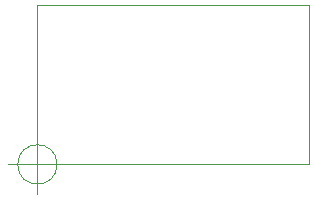
<source format=gm1>
G04 #@! TF.GenerationSoftware,KiCad,Pcbnew,(5.1.10)-1*
G04 #@! TF.CreationDate,2021-11-20T00:47:52+09:00*
G04 #@! TF.ProjectId,M5Stack_UnitV2_DCDC&RS485,4d355374-6163-46b5-9f55-6e697456325f,rev?*
G04 #@! TF.SameCoordinates,Original*
G04 #@! TF.FileFunction,Profile,NP*
%FSLAX46Y46*%
G04 Gerber Fmt 4.6, Leading zero omitted, Abs format (unit mm)*
G04 Created by KiCad (PCBNEW (5.1.10)-1) date 2021-11-20 00:47:52*
%MOMM*%
%LPD*%
G01*
G04 APERTURE LIST*
G04 #@! TA.AperFunction,Profile*
%ADD10C,0.050000*%
G04 #@! TD*
G04 APERTURE END LIST*
D10*
X121366666Y-59500000D02*
G75*
G03*
X121366666Y-59500000I-1666666J0D01*
G01*
X117200000Y-59500000D02*
X122200000Y-59500000D01*
X119700000Y-57000000D02*
X119700000Y-62000000D01*
X121366666Y-59500000D02*
G75*
G03*
X121366666Y-59500000I-1666666J0D01*
G01*
X117200000Y-59500000D02*
X122200000Y-59500000D01*
X119700000Y-57000000D02*
X119700000Y-62000000D01*
X119700000Y-46000000D02*
X119700000Y-59500000D01*
X142700000Y-46000000D02*
X119700000Y-46000000D01*
X142700000Y-59500000D02*
X142700000Y-46000000D01*
X119700000Y-59500000D02*
X142700000Y-59500000D01*
M02*

</source>
